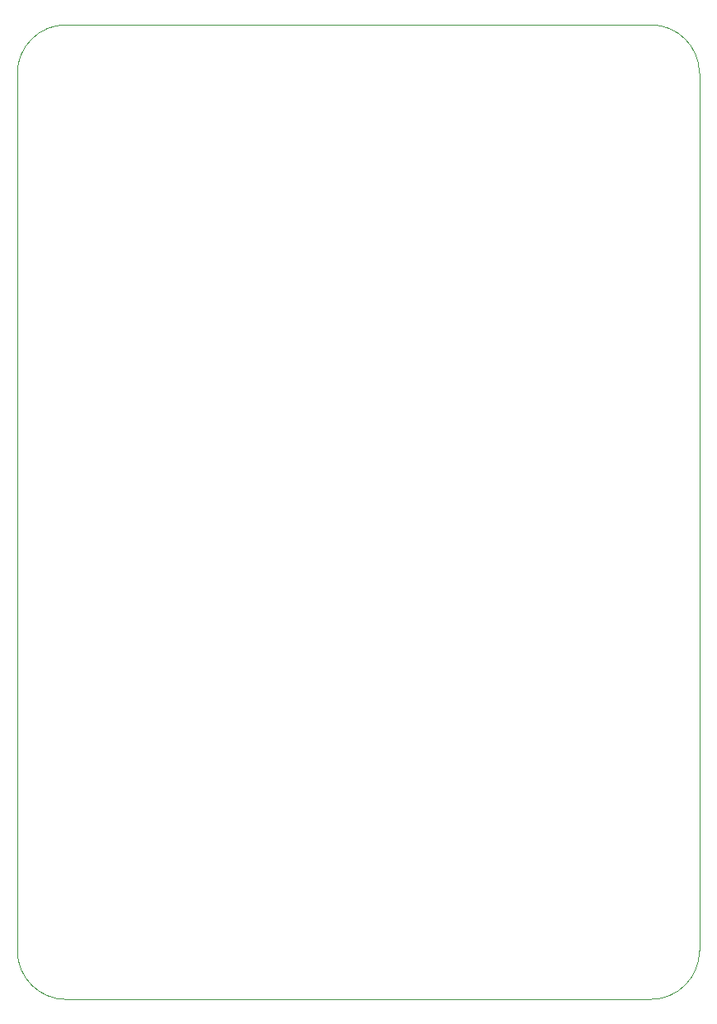
<source format=gbr>
%TF.GenerationSoftware,KiCad,Pcbnew,(6.0.4)*%
%TF.CreationDate,2022-12-06T12:03:58-05:00*%
%TF.ProjectId,BREAD_Slice,42524541-445f-4536-9c69-63652e6b6963,rev?*%
%TF.SameCoordinates,Original*%
%TF.FileFunction,Profile,NP*%
%FSLAX46Y46*%
G04 Gerber Fmt 4.6, Leading zero omitted, Abs format (unit mm)*
G04 Created by KiCad (PCBNEW (6.0.4)) date 2022-12-06 12:03:58*
%MOMM*%
%LPD*%
G01*
G04 APERTURE LIST*
%TA.AperFunction,Profile*%
%ADD10C,0.050000*%
%TD*%
G04 APERTURE END LIST*
D10*
X160464466Y-140464466D02*
G75*
G03*
X165464466Y-135464466I34J4999966D01*
G01*
X100464466Y-40464466D02*
G75*
G03*
X95464466Y-45464466I4J-5000004D01*
G01*
X95464466Y-135464466D02*
X95464466Y-45464466D01*
X165464466Y-45464466D02*
X165464466Y-135464466D01*
X100464466Y-40464466D02*
X160464466Y-40464466D01*
X165464534Y-45464466D02*
G75*
G03*
X160464466Y-40464466I-5000034J-34D01*
G01*
X100464466Y-140464466D02*
X160464466Y-140464466D01*
X95464534Y-135464466D02*
G75*
G03*
X100464466Y-140464466I4999966J-34D01*
G01*
M02*

</source>
